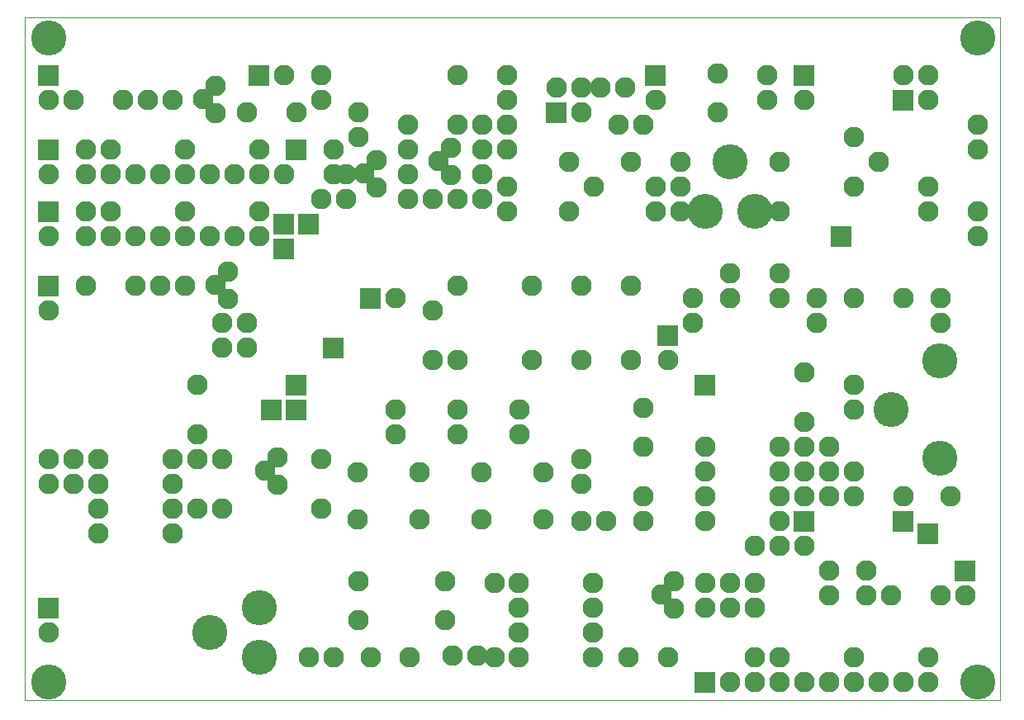
<source format=gbr>
%FSLAX34Y34*%
%MOMM*%
%LNSOLDERMASK_TOP*%
G71*
G01*
%ADD10C, 0.00*%
%ADD11C, 2.40*%
%ADD12C, 3.60*%
%ADD13C, 2.12*%
%ADD14C, 3.60*%
%ADD15C, 3.60*%
%LPD*%
G54D10*
X-50000Y1050000D02*
X950000Y1050000D01*
X950000Y350000D01*
X-50000Y350000D01*
X-50000Y1050000D01*
X-25400Y1028700D02*
G54D11*
D03*
X-25400Y1028700D02*
G54D11*
D03*
X-25400Y1028700D02*
G54D11*
D03*
X927100Y1028700D02*
G54D12*
D03*
X927100Y368300D02*
G54D12*
D03*
X-25400Y368300D02*
G54D12*
D03*
X-25400Y1028700D02*
G54D12*
D03*
X12700Y914400D02*
G54D13*
D03*
X215900Y812800D02*
G54D13*
D03*
X241300Y838200D02*
G54D13*
D03*
X566178Y978299D02*
G54D13*
D03*
X-25400Y965200D02*
G54D13*
D03*
X0Y965200D02*
G54D13*
D03*
X12700Y889000D02*
G54D13*
D03*
X38100Y889000D02*
G54D13*
D03*
X38100Y914400D02*
G54D13*
D03*
X63500Y889000D02*
G54D13*
D03*
X88900Y889000D02*
G54D13*
D03*
X114300Y914400D02*
G54D13*
D03*
X114300Y889000D02*
G54D13*
D03*
X139700Y889000D02*
G54D13*
D03*
X165100Y889000D02*
G54D13*
D03*
X190500Y889000D02*
G54D13*
D03*
X215900Y889000D02*
G54D13*
D03*
X190500Y914400D02*
G54D13*
D03*
X177800Y952500D02*
G54D13*
D03*
X145766Y952171D02*
G54D13*
D03*
X133066Y966171D02*
G54D13*
D03*
X145766Y980171D02*
G54D13*
D03*
X101600Y965200D02*
G54D13*
D03*
X76200Y965200D02*
G54D13*
D03*
X50800Y965200D02*
G54D13*
D03*
X12700Y774700D02*
G54D13*
D03*
X-25400Y749300D02*
G54D13*
D03*
X63500Y774700D02*
G54D13*
D03*
X88900Y774700D02*
G54D13*
D03*
X114300Y774700D02*
G54D13*
D03*
X145766Y775671D02*
G54D13*
D03*
X158466Y789671D02*
G54D13*
D03*
X158470Y761670D02*
G54D13*
D03*
X254000Y863600D02*
G54D13*
D03*
X266700Y889000D02*
G54D13*
D03*
X266700Y914400D02*
G54D13*
D03*
X292100Y927100D02*
G54D13*
D03*
X292100Y952500D02*
G54D13*
D03*
X310866Y903971D02*
G54D13*
D03*
X298166Y889971D02*
G54D13*
D03*
X310866Y875971D02*
G54D13*
D03*
X279400Y863600D02*
G54D13*
D03*
X342900Y863600D02*
G54D13*
D03*
X342900Y889000D02*
G54D13*
D03*
X342900Y914400D02*
G54D13*
D03*
X342900Y939800D02*
G54D13*
D03*
X215900Y990600D02*
G54D13*
D03*
X254000Y990600D02*
G54D13*
D03*
X254000Y965200D02*
G54D13*
D03*
X228600Y952500D02*
G54D13*
D03*
X393700Y990600D02*
G54D13*
D03*
X444500Y965200D02*
G54D13*
D03*
X444500Y990600D02*
G54D13*
D03*
X520700Y977900D02*
G54D13*
D03*
X540778Y978299D02*
G54D13*
D03*
X520700Y952500D02*
G54D13*
D03*
X495300Y977900D02*
G54D13*
D03*
X444500Y914400D02*
G54D13*
D03*
X444500Y939800D02*
G54D13*
D03*
X419100Y939800D02*
G54D13*
D03*
X419100Y914400D02*
G54D13*
D03*
X393700Y939800D02*
G54D13*
D03*
X387066Y916671D02*
G54D13*
D03*
X374366Y902671D02*
G54D13*
D03*
X387066Y888671D02*
G54D13*
D03*
X419100Y889000D02*
G54D13*
D03*
X444500Y876300D02*
G54D13*
D03*
X444500Y850900D02*
G54D13*
D03*
X419100Y863600D02*
G54D13*
D03*
X393700Y863600D02*
G54D13*
D03*
X330200Y762000D02*
G54D13*
D03*
X394085Y774935D02*
G54D13*
D03*
X368300Y749300D02*
G54D13*
D03*
X470285Y774935D02*
G54D13*
D03*
X521085Y774935D02*
G54D13*
D03*
X571885Y774935D02*
G54D13*
D03*
X635000Y762000D02*
G54D13*
D03*
X673100Y762000D02*
G54D13*
D03*
X723900Y762000D02*
G54D13*
D03*
X762000Y762000D02*
G54D13*
D03*
X800100Y762000D02*
G54D13*
D03*
X673100Y787400D02*
G54D13*
D03*
X723900Y787400D02*
G54D13*
D03*
X850900Y762000D02*
G54D13*
D03*
X889000Y762000D02*
G54D13*
D03*
X927100Y850900D02*
G54D13*
D03*
X927100Y825500D02*
G54D13*
D03*
X889000Y736600D02*
G54D13*
D03*
X762000Y736600D02*
G54D13*
D03*
X635000Y736600D02*
G54D13*
D03*
X609600Y698500D02*
G54D13*
D03*
X571885Y698735D02*
G54D13*
D03*
X521085Y698735D02*
G54D13*
D03*
X470285Y698735D02*
G54D13*
D03*
X394085Y698735D02*
G54D13*
D03*
X368300Y698500D02*
G54D13*
D03*
X127000Y673100D02*
G54D13*
D03*
X127000Y622300D02*
G54D13*
D03*
X127000Y596900D02*
G54D13*
D03*
X152400Y596900D02*
G54D13*
D03*
X101600Y596900D02*
G54D13*
D03*
X101600Y571500D02*
G54D13*
D03*
X101600Y546100D02*
G54D13*
D03*
X127000Y546100D02*
G54D13*
D03*
X152400Y546100D02*
G54D13*
D03*
X101600Y520700D02*
G54D13*
D03*
X25400Y596900D02*
G54D13*
D03*
X25400Y571500D02*
G54D13*
D03*
X25400Y546100D02*
G54D13*
D03*
X25400Y520700D02*
G54D13*
D03*
X0Y571500D02*
G54D13*
D03*
X0Y596900D02*
G54D13*
D03*
X-25400Y571500D02*
G54D13*
D03*
X-25400Y596900D02*
G54D13*
D03*
X-25400Y419100D02*
G54D13*
D03*
X-25400Y368300D02*
G54D13*
D03*
X-25400Y1028700D02*
G54D13*
D03*
X927100Y1028700D02*
G54D13*
D03*
X927100Y368300D02*
G54D13*
D03*
X888200Y697700D02*
G54D14*
D03*
X888200Y597700D02*
G54D14*
D03*
X899300Y558800D02*
G54D13*
D03*
X838200Y647700D02*
G54D14*
D03*
X800100Y673100D02*
G54D13*
D03*
X800100Y647700D02*
G54D13*
D03*
X876300Y876300D02*
G54D13*
D03*
X876300Y850900D02*
G54D13*
D03*
X927100Y914400D02*
G54D13*
D03*
X927100Y939800D02*
G54D13*
D03*
X876300Y965200D02*
G54D13*
D03*
X876300Y990600D02*
G54D13*
D03*
X850900Y990600D02*
G54D13*
D03*
X800100Y927100D02*
G54D13*
D03*
X825500Y901700D02*
G54D13*
D03*
X800100Y876300D02*
G54D13*
D03*
X723900Y850900D02*
G54D13*
D03*
X698500Y850900D02*
G54D15*
D03*
X673100Y901700D02*
G54D15*
D03*
X723900Y901700D02*
G54D13*
D03*
X711200Y965200D02*
G54D13*
D03*
X749300Y965200D02*
G54D13*
D03*
X711200Y990600D02*
G54D13*
D03*
X660400Y992500D02*
G54D13*
D03*
X660400Y952500D02*
G54D13*
D03*
X584200Y939800D02*
G54D13*
D03*
X596900Y965200D02*
G54D13*
D03*
X558800Y939800D02*
G54D13*
D03*
X533400Y876300D02*
G54D13*
D03*
X508000Y850900D02*
G54D13*
D03*
X571500Y901700D02*
G54D13*
D03*
X596900Y876300D02*
G54D13*
D03*
X622300Y901700D02*
G54D13*
D03*
X622300Y876300D02*
G54D13*
D03*
X622300Y850900D02*
G54D13*
D03*
X596900Y850900D02*
G54D13*
D03*
X647700Y850900D02*
G54D15*
D03*
X139700Y419100D02*
G54D15*
D03*
X190500Y393700D02*
G54D15*
D03*
X190500Y444500D02*
G54D15*
D03*
X241300Y393700D02*
G54D13*
D03*
X266700Y393700D02*
G54D13*
D03*
X304800Y393700D02*
G54D13*
D03*
X292100Y431800D02*
G54D13*
D03*
X292100Y471800D02*
G54D13*
D03*
X381000Y471800D02*
G54D13*
D03*
X381000Y431800D02*
G54D13*
D03*
X344800Y393700D02*
G54D13*
D03*
X388726Y395177D02*
G54D13*
D03*
X414126Y395177D02*
G54D13*
D03*
X431800Y393700D02*
G54D13*
D03*
X457051Y393690D02*
G54D13*
D03*
X533251Y393690D02*
G54D13*
D03*
X569600Y393700D02*
G54D13*
D03*
X609600Y393700D02*
G54D13*
D03*
X615666Y444171D02*
G54D13*
D03*
X615666Y472171D02*
G54D13*
D03*
X602966Y458171D02*
G54D13*
D03*
X533251Y419090D02*
G54D13*
D03*
X533251Y444491D02*
G54D13*
D03*
X533250Y469890D02*
G54D13*
D03*
X457051Y469890D02*
G54D13*
D03*
X457051Y444491D02*
G54D13*
D03*
X457051Y419090D02*
G54D13*
D03*
X431800Y469900D02*
G54D13*
D03*
X481750Y534950D02*
G54D13*
D03*
X418250Y534950D02*
G54D13*
D03*
X457200Y622300D02*
G54D13*
D03*
X457200Y647700D02*
G54D13*
D03*
X393700Y647700D02*
G54D13*
D03*
X393700Y622300D02*
G54D13*
D03*
X418250Y583350D02*
G54D13*
D03*
X354750Y583350D02*
G54D13*
D03*
X330200Y622300D02*
G54D13*
D03*
X330200Y647700D02*
G54D13*
D03*
X254000Y596900D02*
G54D13*
D03*
X291250Y583350D02*
G54D13*
D03*
X291250Y534950D02*
G54D13*
D03*
X254000Y546100D02*
G54D13*
D03*
X209266Y571171D02*
G54D13*
D03*
X196566Y585171D02*
G54D13*
D03*
X209266Y599171D02*
G54D13*
D03*
X520700Y533400D02*
G54D13*
D03*
X520700Y571500D02*
G54D13*
D03*
X481750Y583350D02*
G54D13*
D03*
X520700Y596900D02*
G54D13*
D03*
X584200Y649600D02*
G54D13*
D03*
X584200Y609600D02*
G54D13*
D03*
X584200Y558800D02*
G54D13*
D03*
X584200Y533400D02*
G54D13*
D03*
X546100Y533400D02*
G54D13*
D03*
X647700Y609600D02*
G54D13*
D03*
X647700Y584200D02*
G54D13*
D03*
X647700Y558800D02*
G54D13*
D03*
X647700Y533400D02*
G54D13*
D03*
X723900Y533400D02*
G54D13*
D03*
X723900Y558800D02*
G54D13*
D03*
X723900Y584200D02*
G54D13*
D03*
X723900Y609600D02*
G54D13*
D03*
X749300Y609600D02*
G54D13*
D03*
X749300Y635000D02*
G54D13*
D03*
X749300Y685800D02*
G54D13*
D03*
X774700Y609600D02*
G54D13*
D03*
X774700Y584200D02*
G54D13*
D03*
X774700Y558800D02*
G54D13*
D03*
X749300Y584200D02*
G54D13*
D03*
X749300Y558800D02*
G54D13*
D03*
X800100Y558800D02*
G54D13*
D03*
X800100Y584200D02*
G54D13*
D03*
X850900Y558800D02*
G54D13*
D03*
X914400Y457200D02*
G54D13*
D03*
X889000Y457200D02*
G54D13*
D03*
X838200Y457200D02*
G54D13*
D03*
X812800Y457200D02*
G54D13*
D03*
X812800Y482600D02*
G54D13*
D03*
X774700Y482600D02*
G54D13*
D03*
X774700Y457200D02*
G54D13*
D03*
X749300Y508000D02*
G54D13*
D03*
X723900Y508000D02*
G54D13*
D03*
X698500Y508000D02*
G54D13*
D03*
X698500Y469900D02*
G54D13*
D03*
X698500Y444500D02*
G54D13*
D03*
X673100Y444500D02*
G54D13*
D03*
X673100Y469900D02*
G54D13*
D03*
X647700Y469900D02*
G54D13*
D03*
X647700Y444500D02*
G54D13*
D03*
G36*
X-36000Y1001200D02*
X-14800Y1001200D01*
X-14800Y980000D01*
X-36000Y980000D01*
X-36000Y1001200D01*
G37*
G36*
X-36000Y925000D02*
X-14800Y925000D01*
X-14800Y903800D01*
X-36000Y903800D01*
X-36000Y925000D01*
G37*
G36*
X179900Y1001200D02*
X201100Y1001200D01*
X201100Y980000D01*
X179900Y980000D01*
X179900Y1001200D01*
G37*
G36*
X218000Y925000D02*
X239200Y925000D01*
X239200Y903800D01*
X218000Y903800D01*
X218000Y925000D01*
G37*
G36*
X230700Y848800D02*
X251900Y848800D01*
X251900Y827600D01*
X230700Y827600D01*
X230700Y848800D01*
G37*
G36*
X205300Y823400D02*
X226500Y823400D01*
X226500Y802200D01*
X205300Y802200D01*
X205300Y823400D01*
G37*
G36*
X484700Y963100D02*
X505900Y963100D01*
X505900Y941900D01*
X484700Y941900D01*
X484700Y963100D01*
G37*
G36*
X840300Y975800D02*
X861500Y975800D01*
X861500Y954600D01*
X840300Y954600D01*
X840300Y975800D01*
G37*
G36*
X738700Y1001200D02*
X759900Y1001200D01*
X759900Y980000D01*
X738700Y980000D01*
X738700Y1001200D01*
G37*
G36*
X586300Y1001200D02*
X607500Y1001200D01*
X607500Y980000D01*
X586300Y980000D01*
X586300Y1001200D01*
G37*
G36*
X599000Y734500D02*
X620200Y734500D01*
X620200Y713300D01*
X599000Y713300D01*
X599000Y734500D01*
G37*
G36*
X294200Y772600D02*
X315400Y772600D01*
X315400Y751400D01*
X294200Y751400D01*
X294200Y772600D01*
G37*
G36*
X-36000Y785300D02*
X-14800Y785300D01*
X-14800Y764100D01*
X-36000Y764100D01*
X-36000Y785300D01*
G37*
G36*
X256100Y721800D02*
X277300Y721800D01*
X277300Y700600D01*
X256100Y700600D01*
X256100Y721800D01*
G37*
G36*
X218000Y683700D02*
X239200Y683700D01*
X239200Y662500D01*
X218000Y662500D01*
X218000Y683700D01*
G37*
G36*
X218000Y658300D02*
X239200Y658300D01*
X239200Y637100D01*
X218000Y637100D01*
X218000Y658300D01*
G37*
G36*
X192600Y658300D02*
X213800Y658300D01*
X213800Y637100D01*
X192600Y637100D01*
X192600Y658300D01*
G37*
G36*
X256100Y721800D02*
X277300Y721800D01*
X277300Y700600D01*
X256100Y700600D01*
X256100Y721800D01*
G37*
G36*
X637100Y683700D02*
X658300Y683700D01*
X658300Y662500D01*
X637100Y662500D01*
X637100Y683700D01*
G37*
G36*
X-36000Y455100D02*
X-14800Y455100D01*
X-14800Y433900D01*
X-36000Y433900D01*
X-36000Y455100D01*
G37*
G36*
X738700Y544000D02*
X759900Y544000D01*
X759900Y522800D01*
X738700Y522800D01*
X738700Y544000D01*
G37*
G36*
X903800Y493200D02*
X925000Y493200D01*
X925000Y472000D01*
X903800Y472000D01*
X903800Y493200D01*
G37*
X354750Y534950D02*
G54D13*
D03*
G36*
X776800Y836100D02*
X798000Y836100D01*
X798000Y814900D01*
X776800Y814900D01*
X776800Y836100D01*
G37*
G36*
X776800Y836100D02*
X798000Y836100D01*
X798000Y814900D01*
X776800Y814900D01*
X776800Y836100D01*
G37*
X177800Y736600D02*
G54D13*
D03*
X152400Y711200D02*
G54D13*
D03*
X177800Y711200D02*
G54D13*
D03*
G36*
X865700Y531300D02*
X886900Y531300D01*
X886900Y510100D01*
X865700Y510100D01*
X865700Y531300D01*
G37*
G36*
X840300Y544000D02*
X861500Y544000D01*
X861500Y522800D01*
X840300Y522800D01*
X840300Y544000D01*
G37*
X152400Y736600D02*
G54D13*
D03*
X368300Y863600D02*
G54D13*
D03*
X393700Y863600D02*
G54D13*
D03*
X508000Y901700D02*
G54D13*
D03*
X-25400Y889000D02*
G54D13*
D03*
X279400Y889000D02*
G54D13*
D03*
X698500Y393700D02*
G54D13*
D03*
X698500Y368300D02*
G54D13*
D03*
X723900Y368300D02*
G54D13*
D03*
X723900Y393700D02*
G54D13*
D03*
X749300Y368300D02*
G54D13*
D03*
X774700Y368300D02*
G54D13*
D03*
X800100Y393700D02*
G54D13*
D03*
X800100Y368300D02*
G54D13*
D03*
X825500Y368300D02*
G54D13*
D03*
X850900Y368300D02*
G54D13*
D03*
X876300Y368300D02*
G54D13*
D03*
X876300Y393700D02*
G54D13*
D03*
G36*
X637100Y378900D02*
X658300Y378900D01*
X658300Y357700D01*
X637100Y357700D01*
X637100Y378900D01*
G37*
X673100Y368300D02*
G54D13*
D03*
X12700Y850900D02*
G54D13*
D03*
X12700Y825500D02*
G54D13*
D03*
X38100Y825500D02*
G54D13*
D03*
X38100Y850900D02*
G54D13*
D03*
X63500Y825500D02*
G54D13*
D03*
X88900Y825500D02*
G54D13*
D03*
X114300Y850900D02*
G54D13*
D03*
X114300Y825500D02*
G54D13*
D03*
X139700Y825500D02*
G54D13*
D03*
X165100Y825500D02*
G54D13*
D03*
X190500Y825500D02*
G54D13*
D03*
X190500Y850900D02*
G54D13*
D03*
G36*
X-36000Y861500D02*
X-14800Y861500D01*
X-14800Y840300D01*
X-36000Y840300D01*
X-36000Y861500D01*
G37*
X-25400Y825500D02*
G54D13*
D03*
G36*
X205300Y848800D02*
X226500Y848800D01*
X226500Y827600D01*
X205300Y827600D01*
X205300Y848800D01*
G37*
M02*

</source>
